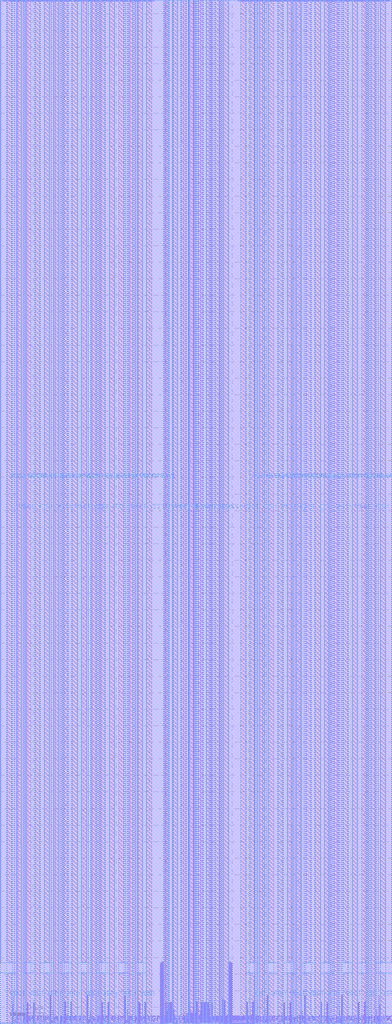
<source format=lef>
# ------------------------------------------------------
#
#		Copyright 2024 IHP PDK Authors
#
#		Licensed under the Apache License, Version 2.0 (the "License");
#		you may not use this file except in compliance with the License.
#		You may obtain a copy of the License at
#		
#		   https://www.apache.org/licenses/LICENSE-2.0
#		
#		Unless required by applicable law or agreed to in writing, software
#		distributed under the License is distributed on an "AS IS" BASIS,
#		WITHOUT WARRANTIES OR CONDITIONS OF ANY KIND, either express or implied.
#		See the License for the specific language governing permissions and
#		limitations under the License.
#		
#		Generated on Fri Jul 19 08:59:31 2024		
#
# ------------------------------------------------------ 
VERSION 5.7 ;
BUSBITCHARS "[]" ;
DIVIDERCHAR "/" ;

MACRO RM_IHPSG13_1P_4096x8_c3_bm_bist
  CLASS BLOCK ;
  ORIGIN 0 0 ;
  FOREIGN RM_IHPSG13_1P_4096x8_c3_bm_bist 0 0 ;
  SIZE 236.8 BY 618.3 ;
  SYMMETRY X Y R90 ;
  PIN A_DIN[4]
    DIRECTION INPUT ;
    USE SIGNAL ;
    ANTENNAPARTIALMETALAREA 0.7007 LAYER Metal2 ;
    ANTENNAMODEL OXIDE1 ;
      ANTENNAGATEAREA 0.20085 LAYER Metal2 ;
      ANTENNAMAXAREACAR 4.394822 LAYER Metal2 ;
    PORT
      LAYER Metal2 ;
        RECT 155.09 0 155.35 0.26 ;
    END
  END A_DIN[4]
  PIN A_DIN[3]
    DIRECTION INPUT ;
    USE SIGNAL ;
    ANTENNAPARTIALMETALAREA 0.7007 LAYER Metal2 ;
    ANTENNAMODEL OXIDE1 ;
      ANTENNAGATEAREA 0.20085 LAYER Metal2 ;
      ANTENNAMAXAREACAR 4.394822 LAYER Metal2 ;
    PORT
      LAYER Metal2 ;
        RECT 81.45 0 81.71 0.26 ;
    END
  END A_DIN[3]
  PIN A_BIST_DIN[4]
    DIRECTION INPUT ;
    USE SIGNAL ;
    ANTENNAPARTIALMETALAREA 0.7007 LAYER Metal2 ;
    ANTENNAMODEL OXIDE1 ;
      ANTENNAGATEAREA 0.20085 LAYER Metal2 ;
      ANTENNAMAXAREACAR 4.394822 LAYER Metal2 ;
    PORT
      LAYER Metal2 ;
        RECT 153.56 0 153.82 0.26 ;
    END
  END A_BIST_DIN[4]
  PIN A_BIST_DIN[3]
    DIRECTION INPUT ;
    USE SIGNAL ;
    ANTENNAPARTIALMETALAREA 0.7007 LAYER Metal2 ;
    ANTENNAMODEL OXIDE1 ;
      ANTENNAGATEAREA 0.20085 LAYER Metal2 ;
      ANTENNAMAXAREACAR 4.394822 LAYER Metal2 ;
    PORT
      LAYER Metal2 ;
        RECT 82.98 0 83.24 0.26 ;
    END
  END A_BIST_DIN[3]
  PIN A_BM[4]
    DIRECTION INPUT ;
    USE SIGNAL ;
    ANTENNAPARTIALMETALAREA 0.7007 LAYER Metal2 ;
    ANTENNAMODEL OXIDE1 ;
      ANTENNAGATEAREA 0.20085 LAYER Metal2 ;
      ANTENNAMAXAREACAR 4.394822 LAYER Metal2 ;
    PORT
      LAYER Metal2 ;
        RECT 158.97 0 159.23 0.26 ;
    END
  END A_BM[4]
  PIN A_BM[3]
    DIRECTION INPUT ;
    USE SIGNAL ;
    ANTENNAPARTIALMETALAREA 0.7007 LAYER Metal2 ;
    ANTENNAMODEL OXIDE1 ;
      ANTENNAGATEAREA 0.20085 LAYER Metal2 ;
      ANTENNAMAXAREACAR 4.394822 LAYER Metal2 ;
    PORT
      LAYER Metal2 ;
        RECT 77.57 0 77.83 0.26 ;
    END
  END A_BM[3]
  PIN A_BIST_BM[4]
    DIRECTION INPUT ;
    USE SIGNAL ;
    ANTENNAPARTIALMETALAREA 0.7007 LAYER Metal2 ;
    ANTENNAMODEL OXIDE1 ;
      ANTENNAGATEAREA 0.20085 LAYER Metal2 ;
      ANTENNAMAXAREACAR 4.394822 LAYER Metal2 ;
    PORT
      LAYER Metal2 ;
        RECT 160.5 0 160.76 0.26 ;
    END
  END A_BIST_BM[4]
  PIN A_BIST_BM[3]
    DIRECTION INPUT ;
    USE SIGNAL ;
    ANTENNAPARTIALMETALAREA 0.7007 LAYER Metal2 ;
    ANTENNAMODEL OXIDE1 ;
      ANTENNAGATEAREA 0.20085 LAYER Metal2 ;
      ANTENNAMAXAREACAR 4.394822 LAYER Metal2 ;
    PORT
      LAYER Metal2 ;
        RECT 76.04 0 76.3 0.26 ;
    END
  END A_BIST_BM[3]
  PIN A_DOUT[4]
    DIRECTION OUTPUT ;
    USE SIGNAL ;
    ANTENNAPARTIALMETALAREA 2.0345 LAYER Metal2 ;
    ANTENNADIFFAREA 0.988 LAYER Metal2 ;
    PORT
      LAYER Metal2 ;
        RECT 159.835 0 160.095 0.26 ;
    END
  END A_DOUT[4]
  PIN A_DOUT[3]
    DIRECTION OUTPUT ;
    USE SIGNAL ;
    ANTENNAPARTIALMETALAREA 2.0345 LAYER Metal2 ;
    ANTENNADIFFAREA 0.988 LAYER Metal2 ;
    PORT
      LAYER Metal2 ;
        RECT 76.705 0 76.965 0.26 ;
    END
  END A_DOUT[3]
  PIN VSS!
    DIRECTION INOUT ;
    USE GROUND ;
    NETEXPR "vss VSS!" ;
    PORT
      LAYER Metal4 ;
        RECT 224.11 0 226.92 618.3 ;
    END
    PORT
      LAYER Metal4 ;
        RECT 212.87 0 215.68 618.3 ;
    END
    PORT
      LAYER Metal4 ;
        RECT 201.63 0 204.44 618.3 ;
    END
    PORT
      LAYER Metal4 ;
        RECT 190.39 0 193.2 618.3 ;
    END
    PORT
      LAYER Metal4 ;
        RECT 179.15 0 181.96 618.3 ;
    END
    PORT
      LAYER Metal4 ;
        RECT 167.91 0 170.72 618.3 ;
    END
    PORT
      LAYER Metal4 ;
        RECT 156.67 0 159.48 618.3 ;
    END
    PORT
      LAYER Metal4 ;
        RECT 145.43 0 148.24 618.3 ;
    END
    PORT
      LAYER Metal4 ;
        RECT 135.02 0 137.83 618.3 ;
    END
    PORT
      LAYER Metal4 ;
        RECT 124.72 0 127.53 618.3 ;
    END
    PORT
      LAYER Metal4 ;
        RECT 109.27 0 112.08 618.3 ;
    END
    PORT
      LAYER Metal4 ;
        RECT 98.97 0 101.78 618.3 ;
    END
    PORT
      LAYER Metal4 ;
        RECT 88.56 0 91.37 618.3 ;
    END
    PORT
      LAYER Metal4 ;
        RECT 77.32 0 80.13 618.3 ;
    END
    PORT
      LAYER Metal4 ;
        RECT 66.08 0 68.89 618.3 ;
    END
    PORT
      LAYER Metal4 ;
        RECT 54.84 0 57.65 618.3 ;
    END
    PORT
      LAYER Metal4 ;
        RECT 43.6 0 46.41 618.3 ;
    END
    PORT
      LAYER Metal4 ;
        RECT 32.36 0 35.17 618.3 ;
    END
    PORT
      LAYER Metal4 ;
        RECT 21.12 0 23.93 618.3 ;
    END
    PORT
      LAYER Metal4 ;
        RECT 9.88 0 12.69 618.3 ;
    END
  END VSS!
  PIN VDD!
    DIRECTION INOUT ;
    USE POWER ;
    NETEXPR "vdd VDD!" ;
    PORT
      LAYER Metal4 ;
        RECT 229.73 0 232.54 30.425 ;
    END
    PORT
      LAYER Metal4 ;
        RECT 218.49 0 221.3 30.425 ;
    END
    PORT
      LAYER Metal4 ;
        RECT 207.25 0 210.06 30.425 ;
    END
    PORT
      LAYER Metal4 ;
        RECT 196.01 0 198.82 30.425 ;
    END
    PORT
      LAYER Metal4 ;
        RECT 184.77 0 187.58 30.425 ;
    END
    PORT
      LAYER Metal4 ;
        RECT 173.53 0 176.34 30.425 ;
    END
    PORT
      LAYER Metal4 ;
        RECT 162.29 0 165.1 30.425 ;
    END
    PORT
      LAYER Metal4 ;
        RECT 151.05 0 153.86 30.425 ;
    END
    PORT
      LAYER Metal4 ;
        RECT 129.87 0 132.68 618.3 ;
    END
    PORT
      LAYER Metal4 ;
        RECT 119.57 0 122.38 618.3 ;
    END
    PORT
      LAYER Metal4 ;
        RECT 114.42 0 117.23 618.3 ;
    END
    PORT
      LAYER Metal4 ;
        RECT 104.12 0 106.93 618.3 ;
    END
    PORT
      LAYER Metal4 ;
        RECT 82.94 0 85.75 30.425 ;
    END
    PORT
      LAYER Metal4 ;
        RECT 71.7 0 74.51 30.425 ;
    END
    PORT
      LAYER Metal4 ;
        RECT 60.46 0 63.27 30.425 ;
    END
    PORT
      LAYER Metal4 ;
        RECT 49.22 0 52.03 30.425 ;
    END
    PORT
      LAYER Metal4 ;
        RECT 37.98 0 40.79 30.425 ;
    END
    PORT
      LAYER Metal4 ;
        RECT 26.74 0 29.55 30.425 ;
    END
    PORT
      LAYER Metal4 ;
        RECT 15.5 0 18.31 30.425 ;
    END
    PORT
      LAYER Metal4 ;
        RECT 4.26 0 7.07 30.425 ;
    END
  END VDD!
  PIN VDDARRAY!
    DIRECTION INOUT ;
    USE POWER ;
    NETEXPR "vddarray VDDARRAY!" ;
    PORT
      LAYER Metal4 ;
        RECT 229.73 37.065 232.54 618.3 ;
    END
    PORT
      LAYER Metal4 ;
        RECT 218.49 37.065 221.3 618.3 ;
    END
    PORT
      LAYER Metal4 ;
        RECT 207.25 37.065 210.06 618.3 ;
    END
    PORT
      LAYER Metal4 ;
        RECT 196.01 37.065 198.82 618.3 ;
    END
    PORT
      LAYER Metal4 ;
        RECT 184.77 37.065 187.58 618.3 ;
    END
    PORT
      LAYER Metal4 ;
        RECT 173.53 37.065 176.34 618.3 ;
    END
    PORT
      LAYER Metal4 ;
        RECT 162.29 37.065 165.1 618.3 ;
    END
    PORT
      LAYER Metal4 ;
        RECT 151.05 37.065 153.86 618.3 ;
    END
    PORT
      LAYER Metal4 ;
        RECT 82.94 37.065 85.75 618.3 ;
    END
    PORT
      LAYER Metal4 ;
        RECT 71.7 37.065 74.51 618.3 ;
    END
    PORT
      LAYER Metal4 ;
        RECT 60.46 37.065 63.27 618.3 ;
    END
    PORT
      LAYER Metal4 ;
        RECT 49.22 37.065 52.03 618.3 ;
    END
    PORT
      LAYER Metal4 ;
        RECT 37.98 37.065 40.79 618.3 ;
    END
    PORT
      LAYER Metal4 ;
        RECT 26.74 37.065 29.55 618.3 ;
    END
    PORT
      LAYER Metal4 ;
        RECT 15.5 37.065 18.31 618.3 ;
    END
    PORT
      LAYER Metal4 ;
        RECT 4.26 37.065 7.07 618.3 ;
    END
  END VDDARRAY!
  PIN A_DIN[5]
    DIRECTION INPUT ;
    USE SIGNAL ;
    ANTENNAPARTIALMETALAREA 0.7007 LAYER Metal2 ;
    ANTENNAMODEL OXIDE1 ;
      ANTENNAGATEAREA 0.20085 LAYER Metal2 ;
      ANTENNAMAXAREACAR 4.394822 LAYER Metal2 ;
    PORT
      LAYER Metal2 ;
        RECT 177.57 0 177.83 0.26 ;
    END
  END A_DIN[5]
  PIN A_DIN[2]
    DIRECTION INPUT ;
    USE SIGNAL ;
    ANTENNAPARTIALMETALAREA 0.7007 LAYER Metal2 ;
    ANTENNAMODEL OXIDE1 ;
      ANTENNAGATEAREA 0.20085 LAYER Metal2 ;
      ANTENNAMAXAREACAR 4.394822 LAYER Metal2 ;
    PORT
      LAYER Metal2 ;
        RECT 58.97 0 59.23 0.26 ;
    END
  END A_DIN[2]
  PIN A_BIST_DIN[5]
    DIRECTION INPUT ;
    USE SIGNAL ;
    ANTENNAPARTIALMETALAREA 0.7007 LAYER Metal2 ;
    ANTENNAMODEL OXIDE1 ;
      ANTENNAGATEAREA 0.20085 LAYER Metal2 ;
      ANTENNAMAXAREACAR 4.394822 LAYER Metal2 ;
    PORT
      LAYER Metal2 ;
        RECT 176.04 0 176.3 0.26 ;
    END
  END A_BIST_DIN[5]
  PIN A_BIST_DIN[2]
    DIRECTION INPUT ;
    USE SIGNAL ;
    ANTENNAPARTIALMETALAREA 0.7007 LAYER Metal2 ;
    ANTENNAMODEL OXIDE1 ;
      ANTENNAGATEAREA 0.20085 LAYER Metal2 ;
      ANTENNAMAXAREACAR 4.394822 LAYER Metal2 ;
    PORT
      LAYER Metal2 ;
        RECT 60.5 0 60.76 0.26 ;
    END
  END A_BIST_DIN[2]
  PIN A_BM[5]
    DIRECTION INPUT ;
    USE SIGNAL ;
    ANTENNAPARTIALMETALAREA 0.7007 LAYER Metal2 ;
    ANTENNAMODEL OXIDE1 ;
      ANTENNAGATEAREA 0.20085 LAYER Metal2 ;
      ANTENNAMAXAREACAR 4.394822 LAYER Metal2 ;
    PORT
      LAYER Metal2 ;
        RECT 181.45 0 181.71 0.26 ;
    END
  END A_BM[5]
  PIN A_BM[2]
    DIRECTION INPUT ;
    USE SIGNAL ;
    ANTENNAPARTIALMETALAREA 0.7007 LAYER Metal2 ;
    ANTENNAMODEL OXIDE1 ;
      ANTENNAGATEAREA 0.20085 LAYER Metal2 ;
      ANTENNAMAXAREACAR 4.394822 LAYER Metal2 ;
    PORT
      LAYER Metal2 ;
        RECT 55.09 0 55.35 0.26 ;
    END
  END A_BM[2]
  PIN A_BIST_BM[5]
    DIRECTION INPUT ;
    USE SIGNAL ;
    ANTENNAPARTIALMETALAREA 0.7007 LAYER Metal2 ;
    ANTENNAMODEL OXIDE1 ;
      ANTENNAGATEAREA 0.20085 LAYER Metal2 ;
      ANTENNAMAXAREACAR 4.394822 LAYER Metal2 ;
    PORT
      LAYER Metal2 ;
        RECT 182.98 0 183.24 0.26 ;
    END
  END A_BIST_BM[5]
  PIN A_BIST_BM[2]
    DIRECTION INPUT ;
    USE SIGNAL ;
    ANTENNAPARTIALMETALAREA 0.7007 LAYER Metal2 ;
    ANTENNAMODEL OXIDE1 ;
      ANTENNAGATEAREA 0.20085 LAYER Metal2 ;
      ANTENNAMAXAREACAR 4.394822 LAYER Metal2 ;
    PORT
      LAYER Metal2 ;
        RECT 53.56 0 53.82 0.26 ;
    END
  END A_BIST_BM[2]
  PIN A_DOUT[5]
    DIRECTION OUTPUT ;
    USE SIGNAL ;
    ANTENNAPARTIALMETALAREA 2.0345 LAYER Metal2 ;
    ANTENNADIFFAREA 0.988 LAYER Metal2 ;
    PORT
      LAYER Metal2 ;
        RECT 182.315 0 182.575 0.26 ;
    END
  END A_DOUT[5]
  PIN A_DOUT[2]
    DIRECTION OUTPUT ;
    USE SIGNAL ;
    ANTENNAPARTIALMETALAREA 2.0345 LAYER Metal2 ;
    ANTENNADIFFAREA 0.988 LAYER Metal2 ;
    PORT
      LAYER Metal2 ;
        RECT 54.225 0 54.485 0.26 ;
    END
  END A_DOUT[2]
  PIN A_DIN[6]
    DIRECTION INPUT ;
    USE SIGNAL ;
    ANTENNAPARTIALMETALAREA 0.7007 LAYER Metal2 ;
    ANTENNAMODEL OXIDE1 ;
      ANTENNAGATEAREA 0.20085 LAYER Metal2 ;
      ANTENNAMAXAREACAR 4.394822 LAYER Metal2 ;
    PORT
      LAYER Metal2 ;
        RECT 200.05 0 200.31 0.26 ;
    END
  END A_DIN[6]
  PIN A_DIN[1]
    DIRECTION INPUT ;
    USE SIGNAL ;
    ANTENNAPARTIALMETALAREA 0.7007 LAYER Metal2 ;
    ANTENNAMODEL OXIDE1 ;
      ANTENNAGATEAREA 0.20085 LAYER Metal2 ;
      ANTENNAMAXAREACAR 4.394822 LAYER Metal2 ;
    PORT
      LAYER Metal2 ;
        RECT 36.49 0 36.75 0.26 ;
    END
  END A_DIN[1]
  PIN A_BIST_DIN[6]
    DIRECTION INPUT ;
    USE SIGNAL ;
    ANTENNAPARTIALMETALAREA 0.7007 LAYER Metal2 ;
    ANTENNAMODEL OXIDE1 ;
      ANTENNAGATEAREA 0.20085 LAYER Metal2 ;
      ANTENNAMAXAREACAR 4.394822 LAYER Metal2 ;
    PORT
      LAYER Metal2 ;
        RECT 198.52 0 198.78 0.26 ;
    END
  END A_BIST_DIN[6]
  PIN A_BIST_DIN[1]
    DIRECTION INPUT ;
    USE SIGNAL ;
    ANTENNAPARTIALMETALAREA 0.7007 LAYER Metal2 ;
    ANTENNAMODEL OXIDE1 ;
      ANTENNAGATEAREA 0.20085 LAYER Metal2 ;
      ANTENNAMAXAREACAR 4.394822 LAYER Metal2 ;
    PORT
      LAYER Metal2 ;
        RECT 38.02 0 38.28 0.26 ;
    END
  END A_BIST_DIN[1]
  PIN A_BM[6]
    DIRECTION INPUT ;
    USE SIGNAL ;
    ANTENNAPARTIALMETALAREA 0.7007 LAYER Metal2 ;
    ANTENNAMODEL OXIDE1 ;
      ANTENNAGATEAREA 0.20085 LAYER Metal2 ;
      ANTENNAMAXAREACAR 4.394822 LAYER Metal2 ;
    PORT
      LAYER Metal2 ;
        RECT 203.93 0 204.19 0.26 ;
    END
  END A_BM[6]
  PIN A_BM[1]
    DIRECTION INPUT ;
    USE SIGNAL ;
    ANTENNAPARTIALMETALAREA 0.7007 LAYER Metal2 ;
    ANTENNAMODEL OXIDE1 ;
      ANTENNAGATEAREA 0.20085 LAYER Metal2 ;
      ANTENNAMAXAREACAR 4.394822 LAYER Metal2 ;
    PORT
      LAYER Metal2 ;
        RECT 32.61 0 32.87 0.26 ;
    END
  END A_BM[1]
  PIN A_BIST_BM[6]
    DIRECTION INPUT ;
    USE SIGNAL ;
    ANTENNAPARTIALMETALAREA 0.7007 LAYER Metal2 ;
    ANTENNAMODEL OXIDE1 ;
      ANTENNAGATEAREA 0.20085 LAYER Metal2 ;
      ANTENNAMAXAREACAR 4.394822 LAYER Metal2 ;
    PORT
      LAYER Metal2 ;
        RECT 205.46 0 205.72 0.26 ;
    END
  END A_BIST_BM[6]
  PIN A_BIST_BM[1]
    DIRECTION INPUT ;
    USE SIGNAL ;
    ANTENNAPARTIALMETALAREA 0.7007 LAYER Metal2 ;
    ANTENNAMODEL OXIDE1 ;
      ANTENNAGATEAREA 0.20085 LAYER Metal2 ;
      ANTENNAMAXAREACAR 4.394822 LAYER Metal2 ;
    PORT
      LAYER Metal2 ;
        RECT 31.08 0 31.34 0.26 ;
    END
  END A_BIST_BM[1]
  PIN A_DOUT[6]
    DIRECTION OUTPUT ;
    USE SIGNAL ;
    ANTENNAPARTIALMETALAREA 2.0345 LAYER Metal2 ;
    ANTENNADIFFAREA 0.988 LAYER Metal2 ;
    PORT
      LAYER Metal2 ;
        RECT 204.795 0 205.055 0.26 ;
    END
  END A_DOUT[6]
  PIN A_DOUT[1]
    DIRECTION OUTPUT ;
    USE SIGNAL ;
    ANTENNAPARTIALMETALAREA 2.0345 LAYER Metal2 ;
    ANTENNADIFFAREA 0.988 LAYER Metal2 ;
    PORT
      LAYER Metal2 ;
        RECT 31.745 0 32.005 0.26 ;
    END
  END A_DOUT[1]
  PIN A_DIN[7]
    DIRECTION INPUT ;
    USE SIGNAL ;
    ANTENNAPARTIALMETALAREA 0.7007 LAYER Metal2 ;
    ANTENNAMODEL OXIDE1 ;
      ANTENNAGATEAREA 0.20085 LAYER Metal2 ;
      ANTENNAMAXAREACAR 4.394822 LAYER Metal2 ;
    PORT
      LAYER Metal2 ;
        RECT 222.53 0 222.79 0.26 ;
    END
  END A_DIN[7]
  PIN A_DIN[0]
    DIRECTION INPUT ;
    USE SIGNAL ;
    ANTENNAPARTIALMETALAREA 0.7007 LAYER Metal2 ;
    ANTENNAMODEL OXIDE1 ;
      ANTENNAGATEAREA 0.20085 LAYER Metal2 ;
      ANTENNAMAXAREACAR 4.394822 LAYER Metal2 ;
    PORT
      LAYER Metal2 ;
        RECT 14.01 0 14.27 0.26 ;
    END
  END A_DIN[0]
  PIN A_BIST_DIN[7]
    DIRECTION INPUT ;
    USE SIGNAL ;
    ANTENNAPARTIALMETALAREA 0.7007 LAYER Metal2 ;
    ANTENNAMODEL OXIDE1 ;
      ANTENNAGATEAREA 0.20085 LAYER Metal2 ;
      ANTENNAMAXAREACAR 4.394822 LAYER Metal2 ;
    PORT
      LAYER Metal2 ;
        RECT 221 0 221.26 0.26 ;
    END
  END A_BIST_DIN[7]
  PIN A_BIST_DIN[0]
    DIRECTION INPUT ;
    USE SIGNAL ;
    ANTENNAPARTIALMETALAREA 0.7007 LAYER Metal2 ;
    ANTENNAMODEL OXIDE1 ;
      ANTENNAGATEAREA 0.20085 LAYER Metal2 ;
      ANTENNAMAXAREACAR 4.394822 LAYER Metal2 ;
    PORT
      LAYER Metal2 ;
        RECT 15.54 0 15.8 0.26 ;
    END
  END A_BIST_DIN[0]
  PIN A_BM[7]
    DIRECTION INPUT ;
    USE SIGNAL ;
    ANTENNAPARTIALMETALAREA 0.7007 LAYER Metal2 ;
    ANTENNAMODEL OXIDE1 ;
      ANTENNAGATEAREA 0.20085 LAYER Metal2 ;
      ANTENNAMAXAREACAR 4.394822 LAYER Metal2 ;
    PORT
      LAYER Metal2 ;
        RECT 226.41 0 226.67 0.26 ;
    END
  END A_BM[7]
  PIN A_BM[0]
    DIRECTION INPUT ;
    USE SIGNAL ;
    ANTENNAPARTIALMETALAREA 0.7007 LAYER Metal2 ;
    ANTENNAMODEL OXIDE1 ;
      ANTENNAGATEAREA 0.20085 LAYER Metal2 ;
      ANTENNAMAXAREACAR 4.394822 LAYER Metal2 ;
    PORT
      LAYER Metal2 ;
        RECT 10.13 0 10.39 0.26 ;
    END
  END A_BM[0]
  PIN A_BIST_BM[7]
    DIRECTION INPUT ;
    USE SIGNAL ;
    ANTENNAPARTIALMETALAREA 0.7007 LAYER Metal2 ;
    ANTENNAMODEL OXIDE1 ;
      ANTENNAGATEAREA 0.20085 LAYER Metal2 ;
      ANTENNAMAXAREACAR 4.394822 LAYER Metal2 ;
    PORT
      LAYER Metal2 ;
        RECT 227.94 0 228.2 0.26 ;
    END
  END A_BIST_BM[7]
  PIN A_BIST_BM[0]
    DIRECTION INPUT ;
    USE SIGNAL ;
    ANTENNAPARTIALMETALAREA 0.7007 LAYER Metal2 ;
    ANTENNAMODEL OXIDE1 ;
      ANTENNAGATEAREA 0.20085 LAYER Metal2 ;
      ANTENNAMAXAREACAR 4.394822 LAYER Metal2 ;
    PORT
      LAYER Metal2 ;
        RECT 8.6 0 8.86 0.26 ;
    END
  END A_BIST_BM[0]
  PIN A_DOUT[7]
    DIRECTION OUTPUT ;
    USE SIGNAL ;
    ANTENNAPARTIALMETALAREA 2.0345 LAYER Metal2 ;
    ANTENNADIFFAREA 0.988 LAYER Metal2 ;
    PORT
      LAYER Metal2 ;
        RECT 227.275 0 227.535 0.26 ;
    END
  END A_DOUT[7]
  PIN A_DOUT[0]
    DIRECTION OUTPUT ;
    USE SIGNAL ;
    ANTENNAPARTIALMETALAREA 2.0345 LAYER Metal2 ;
    ANTENNADIFFAREA 0.988 LAYER Metal2 ;
    PORT
      LAYER Metal2 ;
        RECT 9.265 0 9.525 0.26 ;
    END
  END A_DOUT[0]
  PIN A_ADDR[0]
    DIRECTION INPUT ;
    USE SIGNAL ;
    ANTENNAPARTIALMETALAREA 6.7171 LAYER Metal2 ;
    ANTENNAMODEL OXIDE1 ;
      ANTENNAGATEAREA 0.20085 LAYER Metal2 ;
      ANTENNAMAXAREACAR 34.349515 LAYER Metal2 ;
    PORT
      LAYER Metal2 ;
        RECT 114.6 0 114.86 0.26 ;
    END
  END A_ADDR[0]
  PIN A_BIST_ADDR[0]
    DIRECTION INPUT ;
    USE SIGNAL ;
    ANTENNAPARTIALMETALAREA 7.5127 LAYER Metal2 ;
    ANTENNAMODEL OXIDE1 ;
      ANTENNAGATEAREA 0.20085 LAYER Metal2 ;
      ANTENNAMAXAREACAR 38.31068 LAYER Metal2 ;
    PORT
      LAYER Metal2 ;
        RECT 119.19 0 119.45 0.26 ;
    END
  END A_BIST_ADDR[0]
  PIN A_ADDR[1]
    DIRECTION INPUT ;
    USE SIGNAL ;
    ANTENNAPARTIALMETALAREA 5.59 LAYER Metal2 ;
    ANTENNAMODEL OXIDE1 ;
      ANTENNAGATEAREA 0.20085 LAYER Metal2 ;
      ANTENNAMAXAREACAR 28.783172 LAYER Metal2 ;
    PORT
      LAYER Metal2 ;
        RECT 114.09 0 114.35 0.26 ;
    END
  END A_ADDR[1]
  PIN A_BIST_ADDR[1]
    DIRECTION INPUT ;
    USE SIGNAL ;
    ANTENNAPARTIALMETALAREA 6.3856 LAYER Metal2 ;
    ANTENNAMODEL OXIDE1 ;
      ANTENNAGATEAREA 0.20085 LAYER Metal2 ;
      ANTENNAMAXAREACAR 32.744337 LAYER Metal2 ;
    PORT
      LAYER Metal2 ;
        RECT 118.68 0 118.94 0.26 ;
    END
  END A_BIST_ADDR[1]
  PIN A_ADDR[2]
    DIRECTION INPUT ;
    USE SIGNAL ;
    ANTENNAPARTIALMETALAREA 6.4519 LAYER Metal2 ;
    ANTENNAMODEL OXIDE1 ;
      ANTENNAGATEAREA 0.20085 LAYER Metal2 ;
      ANTENNAMAXAREACAR 33.029126 LAYER Metal2 ;
    PORT
      LAYER Metal2 ;
        RECT 99.81 0 100.07 0.26 ;
    END
  END A_ADDR[2]
  PIN A_BIST_ADDR[2]
    DIRECTION INPUT ;
    USE SIGNAL ;
    ANTENNAPARTIALMETALAREA 6.1867 LAYER Metal2 ;
    ANTENNAMODEL OXIDE1 ;
      ANTENNAGATEAREA 0.20085 LAYER Metal2 ;
      ANTENNAMAXAREACAR 31.708738 LAYER Metal2 ;
    PORT
      LAYER Metal2 ;
        RECT 101.34 0 101.6 0.26 ;
    END
  END A_BIST_ADDR[2]
  PIN A_ADDR[3]
    DIRECTION INPUT ;
    USE SIGNAL ;
    ANTENNAPARTIALMETALAREA 8.4487 LAYER Metal2 ;
    ANTENNAPARTIALMETALAREA 1.5246 LAYER Metal3 ;
    ANTENNAPARTIALCUTAREA 0.0722 LAYER Via2 ;
    ANTENNAMODEL OXIDE1 ;
      ANTENNAGATEAREA 0.20085 LAYER Metal3 ;
      ANTENNAMAXAREACAR 9.415982 LAYER Metal3 ;
    PORT
      LAYER Metal2 ;
        RECT 122.25 0 122.51 0.26 ;
    END
  END A_ADDR[3]
  PIN A_BIST_ADDR[3]
    DIRECTION INPUT ;
    USE SIGNAL ;
    ANTENNAPARTIALMETALAREA 8.4487 LAYER Metal2 ;
    ANTENNAPARTIALMETALAREA 1.0962 LAYER Metal3 ;
    ANTENNAPARTIALCUTAREA 0.0722 LAYER Via2 ;
    ANTENNAMODEL OXIDE1 ;
      ANTENNAGATEAREA 0.20085 LAYER Metal3 ;
      ANTENNAMAXAREACAR 7.813791 LAYER Metal3 ;
    PORT
      LAYER Metal2 ;
        RECT 122.76 0 123.02 0.26 ;
    END
  END A_BIST_ADDR[3]
  PIN A_ADDR[4]
    DIRECTION INPUT ;
    USE SIGNAL ;
    ANTENNAPARTIALMETALAREA 8.4487 LAYER Metal2 ;
    ANTENNAPARTIALMETALAREA 3.8367 LAYER Metal3 ;
    ANTENNAPARTIALCUTAREA 0.0722 LAYER Via2 ;
    ANTENNAMODEL OXIDE1 ;
      ANTENNAGATEAREA 0.20085 LAYER Metal3 ;
      ANTENNAMAXAREACAR 20.927558 LAYER Metal3 ;
    PORT
      LAYER Metal2 ;
        RECT 121.23 0 121.49 0.26 ;
    END
  END A_ADDR[4]
  PIN A_BIST_ADDR[4]
    DIRECTION INPUT ;
    USE SIGNAL ;
    ANTENNAPARTIALMETALAREA 8.4487 LAYER Metal2 ;
    ANTENNAPARTIALMETALAREA 3.5175 LAYER Metal3 ;
    ANTENNAPARTIALCUTAREA 0.0722 LAYER Via2 ;
    ANTENNAMODEL OXIDE1 ;
      ANTENNAGATEAREA 0.20085 LAYER Metal3 ;
      ANTENNAMAXAREACAR 19.869057 LAYER Metal3 ;
    PORT
      LAYER Metal2 ;
        RECT 121.74 0 122 0.26 ;
    END
  END A_BIST_ADDR[4]
  PIN A_ADDR[5]
    DIRECTION INPUT ;
    USE SIGNAL ;
    ANTENNAPARTIALMETALAREA 10.0139 LAYER Metal2 ;
    ANTENNAMODEL OXIDE1 ;
      ANTENNAGATEAREA 0.20085 LAYER Metal2 ;
      ANTENNAMAXAREACAR 50.763754 LAYER Metal2 ;
    PORT
      LAYER Metal2 ;
        RECT 124.8 0 125.06 0.26 ;
    END
  END A_ADDR[5]
  PIN A_BIST_ADDR[5]
    DIRECTION INPUT ;
    USE SIGNAL ;
    ANTENNAPARTIALMETALAREA 9.7487 LAYER Metal2 ;
    ANTENNAMODEL OXIDE1 ;
      ANTENNAGATEAREA 0.20085 LAYER Metal2 ;
      ANTENNAMAXAREACAR 49.443366 LAYER Metal2 ;
    PORT
      LAYER Metal2 ;
        RECT 124.29 0 124.55 0.26 ;
    END
  END A_BIST_ADDR[5]
  PIN A_ADDR[6]
    DIRECTION INPUT ;
    USE SIGNAL ;
    ANTENNAPARTIALMETALAREA 11.7429 LAYER Metal2 ;
    ANTENNAMODEL OXIDE1 ;
      ANTENNAGATEAREA 0.20085 LAYER Metal2 ;
      ANTENNAMAXAREACAR 59.372168 LAYER Metal2 ;
    PORT
      LAYER Metal2 ;
        RECT 123.78 0 124.04 0.26 ;
    END
  END A_ADDR[6]
  PIN A_BIST_ADDR[6]
    DIRECTION INPUT ;
    USE SIGNAL ;
    ANTENNAPARTIALMETALAREA 11.4777 LAYER Metal2 ;
    ANTENNAMODEL OXIDE1 ;
      ANTENNAGATEAREA 0.20085 LAYER Metal2 ;
      ANTENNAMAXAREACAR 58.05178 LAYER Metal2 ;
    PORT
      LAYER Metal2 ;
        RECT 123.27 0 123.53 0.26 ;
    END
  END A_BIST_ADDR[6]
  PIN A_ADDR[7]
    DIRECTION INPUT ;
    USE SIGNAL ;
    ANTENNAPARTIALMETALAREA 8.7685 LAYER Metal2 ;
    ANTENNAMODEL OXIDE1 ;
      ANTENNAGATEAREA 0.20085 LAYER Metal2 ;
      ANTENNAMAXAREACAR 44.563107 LAYER Metal2 ;
    PORT
      LAYER Metal2 ;
        RECT 102.36 0 102.62 0.26 ;
    END
  END A_ADDR[7]
  PIN A_BIST_ADDR[7]
    DIRECTION INPUT ;
    USE SIGNAL ;
    ANTENNAPARTIALMETALAREA 8.4931 LAYER Metal2 ;
    ANTENNAMODEL OXIDE1 ;
      ANTENNAGATEAREA 0.20085 LAYER Metal2 ;
      ANTENNAMAXAREACAR 43.191934 LAYER Metal2 ;
    PORT
      LAYER Metal2 ;
        RECT 102.87 0 103.13 0.26 ;
    END
  END A_BIST_ADDR[7]
  PIN A_ADDR[8]
    DIRECTION INPUT ;
    USE SIGNAL ;
    ANTENNAPARTIALMETALAREA 10.2323 LAYER Metal2 ;
    ANTENNAMODEL OXIDE1 ;
      ANTENNAGATEAREA 0.20085 LAYER Metal2 ;
      ANTENNAMAXAREACAR 51.851133 LAYER Metal2 ;
    PORT
      LAYER Metal2 ;
        RECT 103.38 0 103.64 0.26 ;
    END
  END A_ADDR[8]
  PIN A_BIST_ADDR[8]
    DIRECTION INPUT ;
    USE SIGNAL ;
    ANTENNAPARTIALMETALAREA 9.9671 LAYER Metal2 ;
    ANTENNAMODEL OXIDE1 ;
      ANTENNAGATEAREA 0.20085 LAYER Metal2 ;
      ANTENNAMAXAREACAR 50.530744 LAYER Metal2 ;
    PORT
      LAYER Metal2 ;
        RECT 103.89 0 104.15 0.26 ;
    END
  END A_BIST_ADDR[8]
  PIN A_ADDR[9]
    DIRECTION INPUT ;
    USE SIGNAL ;
    ANTENNAPARTIALMETALAREA 7.9183 LAYER Metal2 ;
    ANTENNAPARTIALMETALAREA 1.5897 LAYER Metal3 ;
    ANTENNAPARTIALCUTAREA 0.0722 LAYER Via2 ;
    ANTENNAMODEL OXIDE1 ;
      ANTENNAGATEAREA 0.20085 LAYER Metal3 ;
      ANTENNAMAXAREACAR 9.740105 LAYER Metal3 ;
    PORT
      LAYER Metal2 ;
        RECT 132.45 0 132.71 0.26 ;
    END
  END A_ADDR[9]
  PIN A_BIST_ADDR[9]
    DIRECTION INPUT ;
    USE SIGNAL ;
    ANTENNAPARTIALMETALAREA 7.9183 LAYER Metal2 ;
    ANTENNAPARTIALMETALAREA 1.3755 LAYER Metal3 ;
    ANTENNAPARTIALCUTAREA 0.0722 LAYER Via2 ;
    ANTENNAMODEL OXIDE1 ;
      ANTENNAGATEAREA 0.20085 LAYER Metal3 ;
      ANTENNAMAXAREACAR 9.204381 LAYER Metal3 ;
    PORT
      LAYER Metal2 ;
        RECT 132.96 0 133.22 0.26 ;
    END
  END A_BIST_ADDR[9]
  PIN A_ADDR[10]
    DIRECTION INPUT ;
    USE SIGNAL ;
    ANTENNAPARTIALMETALAREA 10.6097 LAYER Metal2 ;
    ANTENNAMODEL OXIDE1 ;
      ANTENNAGATEAREA 0.20085 LAYER Metal2 ;
      ANTENNAMAXAREACAR 53.730147 LAYER Metal2 ;
    PORT
      LAYER Metal2 ;
        RECT 127.35 0 127.61 0.26 ;
    END
  END A_ADDR[10]
  PIN A_BIST_ADDR[10]
    DIRECTION INPUT ;
    USE SIGNAL ;
    ANTENNAPARTIALMETALAREA 10.3547 LAYER Metal2 ;
    ANTENNAMODEL OXIDE1 ;
      ANTENNAGATEAREA 0.20085 LAYER Metal2 ;
      ANTENNAMAXAREACAR 52.460543 LAYER Metal2 ;
    PORT
      LAYER Metal2 ;
        RECT 127.86 0 128.12 0.26 ;
    END
  END A_BIST_ADDR[10]
  PIN A_ADDR[11]
    DIRECTION INPUT ;
    USE SIGNAL ;
    ANTENNAPARTIALMETALAREA 8.6359 LAYER Metal2 ;
    ANTENNAMODEL OXIDE1 ;
      ANTENNAGATEAREA 0.20085 LAYER Metal2 ;
      ANTENNAMAXAREACAR 43.902913 LAYER Metal2 ;
    PORT
      LAYER Metal2 ;
        RECT 125.31 0 125.57 0.26 ;
    END
  END A_ADDR[11]
  PIN A_BIST_ADDR[11]
    DIRECTION INPUT ;
    USE SIGNAL ;
    ANTENNAPARTIALMETALAREA 8.6359 LAYER Metal2 ;
    ANTENNAMODEL OXIDE1 ;
      ANTENNAGATEAREA 0.20085 LAYER Metal2 ;
      ANTENNAMAXAREACAR 43.902913 LAYER Metal2 ;
    PORT
      LAYER Metal2 ;
        RECT 125.82 0 126.08 0.26 ;
    END
  END A_BIST_ADDR[11]
  PIN A_CLK
    DIRECTION INPUT ;
    USE SIGNAL ;
    ANTENNAPARTIALMETALAREA 1.8707 LAYER Metal2 ;
    ANTENNAMODEL OXIDE1 ;
      ANTENNAGATEAREA 0.20085 LAYER Metal2 ;
      ANTENNAMAXAREACAR 10.220065 LAYER Metal2 ;
    PORT
      LAYER Metal2 ;
        RECT 112.56 0 112.82 0.26 ;
    END
  END A_CLK
  PIN A_REN
    DIRECTION INPUT ;
    USE SIGNAL ;
    ANTENNAPARTIALMETALAREA 1.81105 LAYER Metal2 ;
    ANTENNAMODEL OXIDE1 ;
      ANTENNAGATEAREA 0.20085 LAYER Metal2 ;
      ANTENNAMAXAREACAR 9.923077 LAYER Metal2 ;
    PORT
      LAYER Metal2 ;
        RECT 116.13 0 116.39 0.26 ;
    END
  END A_REN
  PIN A_WEN
    DIRECTION INPUT ;
    USE SIGNAL ;
    ANTENNAPARTIALMETALAREA 0.7007 LAYER Metal2 ;
    ANTENNAMODEL OXIDE1 ;
      ANTENNAGATEAREA 0.20085 LAYER Metal2 ;
      ANTENNAMAXAREACAR 4.394822 LAYER Metal2 ;
    PORT
      LAYER Metal2 ;
        RECT 115.62 0 115.88 0.26 ;
    END
  END A_WEN
  PIN A_MEN
    DIRECTION INPUT ;
    USE SIGNAL ;
    ANTENNAPARTIALMETALAREA 0.8407 LAYER Metal2 ;
    ANTENNAMODEL OXIDE1 ;
      ANTENNAGATEAREA 0.20085 LAYER Metal2 ;
      ANTENNAMAXAREACAR 5.09186 LAYER Metal2 ;
    PORT
      LAYER Metal2 ;
        RECT 113.07 0 113.33 0.26 ;
    END
  END A_MEN
  PIN A_DLY
    DIRECTION INPUT ;
    USE SIGNAL ;
    ANTENNAPARTIALMETALAREA 3.874 LAYER Metal2 ;
    ANTENNAMODEL OXIDE1 ;
      ANTENNAGATEAREA 0.3367 LAYER Metal2 ;
      ANTENNAMAXAREACAR 12.046332 LAYER Metal2 ;
    PORT
      LAYER Metal2 ;
        RECT 134.49 0 134.75 0.26 ;
    END
  END A_DLY
  PIN A_BIST_EN
    DIRECTION INPUT ;
    USE SIGNAL ;
    ANTENNAPARTIALMETALAREA 1.8031 LAYER Metal2 ;
    ANTENNAPARTIALMETALAREA 72.69295 LAYER Metal3 ;
    ANTENNAPARTIALCUTAREA 0.0722 LAYER Via2 ;
    ANTENNAMODEL OXIDE1 ;
      ANTENNAGATEAREA 1.43 LAYER Metal2 ;
      ANTENNAGATEAREA 11.44 LAYER Metal3 ;
      ANTENNAMAXAREACAR 1.686364 LAYER Metal2 ;
      ANTENNAMAXAREACAR 13.29337 LAYER Metal3 ;
      ANTENNAMAXCUTCAR 0.151469 LAYER Via2 ;
    PORT
      LAYER Metal2 ;
        RECT 115.11 0 115.37 0.26 ;
    END
  END A_BIST_EN
  PIN A_BIST_CLK
    DIRECTION INPUT ;
    USE SIGNAL ;
    ANTENNAPARTIALMETALAREA 1.9799 LAYER Metal2 ;
    ANTENNAMODEL OXIDE1 ;
      ANTENNAGATEAREA 0.20085 LAYER Metal2 ;
      ANTENNAMAXAREACAR 11.079661 LAYER Metal2 ;
    PORT
      LAYER Metal2 ;
        RECT 111.03 0 111.29 0.26 ;
    END
  END A_BIST_CLK
  PIN A_BIST_REN
    DIRECTION INPUT ;
    USE SIGNAL ;
    ANTENNAPARTIALMETALAREA 1.9279 LAYER Metal2 ;
    ANTENNAMODEL OXIDE1 ;
      ANTENNAGATEAREA 0.20085 LAYER Metal2 ;
      ANTENNAMAXAREACAR 10.820762 LAYER Metal2 ;
    PORT
      LAYER Metal2 ;
        RECT 117.66 0 117.92 0.26 ;
    END
  END A_BIST_REN
  PIN A_BIST_WEN
    DIRECTION INPUT ;
    USE SIGNAL ;
    ANTENNAPARTIALMETALAREA 0.7211 LAYER Metal2 ;
    ANTENNAMODEL OXIDE1 ;
      ANTENNAGATEAREA 0.20085 LAYER Metal2 ;
      ANTENNAMAXAREACAR 4.812298 LAYER Metal2 ;
    PORT
      LAYER Metal2 ;
        RECT 117.15 0 117.41 0.26 ;
    END
  END A_BIST_WEN
  PIN A_BIST_MEN
    DIRECTION INPUT ;
    USE SIGNAL ;
    ANTENNAPARTIALMETALAREA 0.7137 LAYER Metal2 ;
    ANTENNAMODEL OXIDE1 ;
      ANTENNAGATEAREA 0.20085 LAYER Metal2 ;
      ANTENNAMAXAREACAR 4.775454 LAYER Metal2 ;
    PORT
      LAYER Metal2 ;
        RECT 111.54 0 111.8 0.26 ;
    END
  END A_BIST_MEN
  OBS
    LAYER Metal1 ;
      RECT 0 0 236.8 618.3 ;
    LAYER Metal2 ;
      RECT 0.105 37.065 0.305 618.275 ;
      RECT 1.1 617.545 1.3 618.275 ;
      RECT 1.92 617.545 2.12 618.275 ;
      RECT 2.415 617.545 2.615 618.275 ;
      RECT 2.915 617.545 3.115 618.275 ;
      RECT 3.415 617.545 3.615 618.275 ;
      RECT 3.91 617.545 4.11 618.275 ;
      RECT 4.73 617.545 4.93 618.275 ;
      RECT 5.225 617.545 5.425 618.275 ;
      RECT 5.725 617.545 5.925 618.275 ;
      RECT 7.225 0.17 7.995 0.43 ;
      RECT 7.225 0.17 7.485 11.38 ;
      RECT 7.735 0.17 7.995 17.1 ;
      RECT 6.225 617.545 6.425 618.275 ;
      RECT 6.72 617.545 6.92 618.275 ;
      RECT 7.54 617.545 7.74 618.275 ;
      RECT 8.035 617.545 8.235 618.275 ;
      RECT 8.535 617.545 8.735 618.275 ;
      RECT 8.6 0.52 8.86 2.255 ;
      RECT 9.035 617.545 9.235 618.275 ;
      RECT 9.265 0.52 9.525 8.085 ;
      RECT 9.53 617.545 9.73 618.275 ;
      RECT 10.13 0.52 10.39 1.5 ;
      RECT 10.35 617.545 10.55 618.275 ;
      RECT 10.845 617.545 11.045 618.275 ;
      RECT 11.345 617.545 11.545 618.275 ;
      RECT 11.845 617.545 12.045 618.275 ;
      RECT 12.34 617.545 12.54 618.275 ;
      RECT 13.16 617.545 13.36 618.275 ;
      RECT 13.655 617.545 13.855 618.275 ;
      RECT 14.01 0.52 14.27 2.255 ;
      RECT 14.155 617.545 14.355 618.275 ;
      RECT 14.655 617.545 14.855 618.275 ;
      RECT 15.15 617.545 15.35 618.275 ;
      RECT 16.255 0.8 17.025 1.57 ;
      RECT 16.255 0.3 16.515 13.03 ;
      RECT 16.765 0.3 17.025 13.03 ;
      RECT 15.54 0.52 15.8 2.255 ;
      RECT 15.97 617.545 16.17 618.275 ;
      RECT 16.465 617.545 16.665 618.275 ;
      RECT 16.965 617.545 17.165 618.275 ;
      RECT 17.465 617.545 17.665 618.275 ;
      RECT 17.96 617.545 18.16 618.275 ;
      RECT 18.78 617.545 18.98 618.275 ;
      RECT 19.975 0.17 20.745 0.43 ;
      RECT 19.975 0.17 20.235 13.055 ;
      RECT 20.485 0.17 20.745 13.055 ;
      RECT 19.275 617.545 19.475 618.275 ;
      RECT 19.775 617.545 19.975 618.275 ;
      RECT 20.275 617.545 20.475 618.275 ;
      RECT 20.77 617.545 20.97 618.275 ;
      RECT 21.59 617.545 21.79 618.275 ;
      RECT 22.085 617.545 22.285 618.275 ;
      RECT 22.585 617.545 22.785 618.275 ;
      RECT 23.085 617.545 23.285 618.275 ;
      RECT 23.58 617.545 23.78 618.275 ;
      RECT 24.4 617.545 24.6 618.275 ;
      RECT 24.895 617.545 25.095 618.275 ;
      RECT 25.395 617.545 25.595 618.275 ;
      RECT 25.895 617.545 26.095 618.275 ;
      RECT 26.39 617.545 26.59 618.275 ;
      RECT 27.21 617.545 27.41 618.275 ;
      RECT 27.705 617.545 27.905 618.275 ;
      RECT 28.205 617.545 28.405 618.275 ;
      RECT 29.705 0.17 30.475 0.43 ;
      RECT 29.705 0.17 29.965 11.38 ;
      RECT 30.215 0.17 30.475 17.1 ;
      RECT 28.705 617.545 28.905 618.275 ;
      RECT 29.2 617.545 29.4 618.275 ;
      RECT 30.02 617.545 30.22 618.275 ;
      RECT 30.515 617.545 30.715 618.275 ;
      RECT 31.015 617.545 31.215 618.275 ;
      RECT 31.08 0.52 31.34 2.255 ;
      RECT 31.515 617.545 31.715 618.275 ;
      RECT 31.745 0.52 32.005 8.085 ;
      RECT 32.01 617.545 32.21 618.275 ;
      RECT 32.61 0.52 32.87 1.5 ;
      RECT 32.83 617.545 33.03 618.275 ;
      RECT 33.325 617.545 33.525 618.275 ;
      RECT 33.825 617.545 34.025 618.275 ;
      RECT 34.325 617.545 34.525 618.275 ;
      RECT 34.82 617.545 35.02 618.275 ;
      RECT 35.64 617.545 35.84 618.275 ;
      RECT 36.135 617.545 36.335 618.275 ;
      RECT 36.49 0.52 36.75 2.255 ;
      RECT 36.635 617.545 36.835 618.275 ;
      RECT 37.135 617.545 37.335 618.275 ;
      RECT 37.63 617.545 37.83 618.275 ;
      RECT 38.735 0.8 39.505 1.57 ;
      RECT 38.735 0.3 38.995 13.03 ;
      RECT 39.245 0.3 39.505 13.03 ;
      RECT 38.02 0.52 38.28 2.255 ;
      RECT 38.45 617.545 38.65 618.275 ;
      RECT 38.945 617.545 39.145 618.275 ;
      RECT 39.445 617.545 39.645 618.275 ;
      RECT 39.945 617.545 40.145 618.275 ;
      RECT 40.44 617.545 40.64 618.275 ;
      RECT 41.26 617.545 41.46 618.275 ;
      RECT 42.455 0.17 43.225 0.43 ;
      RECT 42.455 0.17 42.715 13.055 ;
      RECT 42.965 0.17 43.225 13.055 ;
      RECT 41.755 617.545 41.955 618.275 ;
      RECT 42.255 617.545 42.455 618.275 ;
      RECT 42.755 617.545 42.955 618.275 ;
      RECT 43.25 617.545 43.45 618.275 ;
      RECT 44.07 617.545 44.27 618.275 ;
      RECT 44.565 617.545 44.765 618.275 ;
      RECT 45.065 617.545 45.265 618.275 ;
      RECT 45.565 617.545 45.765 618.275 ;
      RECT 46.06 617.545 46.26 618.275 ;
      RECT 46.88 617.545 47.08 618.275 ;
      RECT 47.375 617.545 47.575 618.275 ;
      RECT 47.875 617.545 48.075 618.275 ;
      RECT 48.375 617.545 48.575 618.275 ;
      RECT 48.87 617.545 49.07 618.275 ;
      RECT 49.69 617.545 49.89 618.275 ;
      RECT 50.185 617.545 50.385 618.275 ;
      RECT 50.685 617.545 50.885 618.275 ;
      RECT 52.185 0.17 52.955 0.43 ;
      RECT 52.185 0.17 52.445 11.38 ;
      RECT 52.695 0.17 52.955 17.1 ;
      RECT 51.185 617.545 51.385 618.275 ;
      RECT 51.68 617.545 51.88 618.275 ;
      RECT 52.5 617.545 52.7 618.275 ;
      RECT 52.995 617.545 53.195 618.275 ;
      RECT 53.495 617.545 53.695 618.275 ;
      RECT 53.56 0.52 53.82 2.255 ;
      RECT 53.995 617.545 54.195 618.275 ;
      RECT 54.225 0.52 54.485 8.085 ;
      RECT 54.49 617.545 54.69 618.275 ;
      RECT 55.09 0.52 55.35 1.5 ;
      RECT 55.31 617.545 55.51 618.275 ;
      RECT 55.805 617.545 56.005 618.275 ;
      RECT 56.305 617.545 56.505 618.275 ;
      RECT 56.805 617.545 57.005 618.275 ;
      RECT 57.3 617.545 57.5 618.275 ;
      RECT 58.12 617.545 58.32 618.275 ;
      RECT 58.615 617.545 58.815 618.275 ;
      RECT 58.97 0.52 59.23 2.255 ;
      RECT 59.115 617.545 59.315 618.275 ;
      RECT 59.615 617.545 59.815 618.275 ;
      RECT 60.11 617.545 60.31 618.275 ;
      RECT 61.215 0.8 61.985 1.57 ;
      RECT 61.215 0.3 61.475 13.03 ;
      RECT 61.725 0.3 61.985 13.03 ;
      RECT 60.5 0.52 60.76 2.255 ;
      RECT 60.93 617.545 61.13 618.275 ;
      RECT 61.425 617.545 61.625 618.275 ;
      RECT 61.925 617.545 62.125 618.275 ;
      RECT 62.425 617.545 62.625 618.275 ;
      RECT 62.92 617.545 63.12 618.275 ;
      RECT 63.74 617.545 63.94 618.275 ;
      RECT 64.935 0.17 65.705 0.43 ;
      RECT 64.935 0.17 65.195 13.055 ;
      RECT 65.445 0.17 65.705 13.055 ;
      RECT 64.235 617.545 64.435 618.275 ;
      RECT 64.735 617.545 64.935 618.275 ;
      RECT 65.235 617.545 65.435 618.275 ;
      RECT 65.73 617.545 65.93 618.275 ;
      RECT 66.55 617.545 66.75 618.275 ;
      RECT 67.045 617.545 67.245 618.275 ;
      RECT 67.545 617.545 67.745 618.275 ;
      RECT 68.045 617.545 68.245 618.275 ;
      RECT 68.54 617.545 68.74 618.275 ;
      RECT 69.36 617.545 69.56 618.275 ;
      RECT 69.855 617.545 70.055 618.275 ;
      RECT 70.355 617.545 70.555 618.275 ;
      RECT 70.855 617.545 71.055 618.275 ;
      RECT 71.35 617.545 71.55 618.275 ;
      RECT 72.17 617.545 72.37 618.275 ;
      RECT 72.665 617.545 72.865 618.275 ;
      RECT 73.165 617.545 73.365 618.275 ;
      RECT 74.665 0.17 75.435 0.43 ;
      RECT 74.665 0.17 74.925 11.38 ;
      RECT 75.175 0.17 75.435 17.1 ;
      RECT 73.665 617.545 73.865 618.275 ;
      RECT 74.16 617.545 74.36 618.275 ;
      RECT 74.98 617.545 75.18 618.275 ;
      RECT 75.475 617.545 75.675 618.275 ;
      RECT 75.975 617.545 76.175 618.275 ;
      RECT 76.04 0.52 76.3 2.255 ;
      RECT 76.475 617.545 76.675 618.275 ;
      RECT 76.705 0.52 76.965 8.085 ;
      RECT 76.97 617.545 77.17 618.275 ;
      RECT 77.57 0.52 77.83 1.5 ;
      RECT 77.79 617.545 77.99 618.275 ;
      RECT 78.285 617.545 78.485 618.275 ;
      RECT 78.785 617.545 78.985 618.275 ;
      RECT 79.285 617.545 79.485 618.275 ;
      RECT 79.78 617.545 79.98 618.275 ;
      RECT 80.6 617.545 80.8 618.275 ;
      RECT 81.095 617.545 81.295 618.275 ;
      RECT 81.45 0.52 81.71 2.255 ;
      RECT 81.595 617.545 81.795 618.275 ;
      RECT 82.095 617.545 82.295 618.275 ;
      RECT 82.59 617.545 82.79 618.275 ;
      RECT 83.695 0.8 84.465 1.57 ;
      RECT 83.695 0.3 83.955 13.03 ;
      RECT 84.205 0.3 84.465 13.03 ;
      RECT 82.98 0.52 83.24 2.255 ;
      RECT 83.41 617.545 83.61 618.275 ;
      RECT 83.905 617.545 84.105 618.275 ;
      RECT 84.405 617.545 84.605 618.275 ;
      RECT 84.905 617.545 85.105 618.275 ;
      RECT 85.4 617.545 85.6 618.275 ;
      RECT 86.22 617.545 86.42 618.275 ;
      RECT 87.415 0.17 88.185 0.43 ;
      RECT 87.415 0.17 87.675 13.055 ;
      RECT 87.925 0.17 88.185 13.055 ;
      RECT 86.715 617.545 86.915 618.275 ;
      RECT 87.215 617.545 87.415 618.275 ;
      RECT 87.715 617.545 87.915 618.275 ;
      RECT 88.21 617.545 88.41 618.275 ;
      RECT 89.03 617.545 89.23 618.275 ;
      RECT 89.525 617.545 89.725 618.275 ;
      RECT 90.025 617.545 90.225 618.275 ;
      RECT 90.525 617.545 90.725 618.275 ;
      RECT 96.595 0.17 97.365 0.43 ;
      RECT 96.595 0.17 96.855 36.945 ;
      RECT 97.105 0.17 97.365 36.945 ;
      RECT 91.02 617.545 91.22 618.275 ;
      RECT 91.84 617.545 92.04 618.275 ;
      RECT 99.3 0 99.56 4.94 ;
      RECT 99.3 4.68 100.07 4.94 ;
      RECT 99.81 4.68 100.07 12.9 ;
      RECT 99.81 0.52 100.07 1.78 ;
      RECT 99.81 1.52 100.58 1.78 ;
      RECT 100.32 1.52 100.58 12.9 ;
      RECT 92.835 617.545 93.035 618.275 ;
      RECT 100.32 0.59 101.09 1.27 ;
      RECT 100.83 0.59 101.09 7.965 ;
      RECT 97.615 0.3 97.875 37.365 ;
      RECT 98.125 0.3 98.385 37.365 ;
      RECT 101.34 0.52 101.6 12.9 ;
      RECT 101.85 0 102.11 12.9 ;
      RECT 102.36 0.52 102.62 12.9 ;
      RECT 102.87 0.52 103.13 12.9 ;
      RECT 103.38 0.52 103.64 12.9 ;
      RECT 106.44 0.17 107.21 0.43 ;
      RECT 106.44 0.17 106.7 2.085 ;
      RECT 106.95 0.17 107.21 9 ;
      RECT 103.89 0.52 104.15 12.9 ;
      RECT 104.4 0 104.66 8.565 ;
      RECT 104.91 0 105.17 8.055 ;
      RECT 111.03 0.52 111.29 6.59 ;
      RECT 112.56 0.52 112.82 6.305 ;
      RECT 112.56 6.045 113.53 6.305 ;
      RECT 111.54 0.52 111.8 2.23 ;
      RECT 113.07 0.52 113.33 2.955 ;
      RECT 114.09 0.52 114.35 12.9 ;
      RECT 114.6 0.52 114.86 12.9 ;
      RECT 116.13 0.52 116.39 6.29 ;
      RECT 115.62 6.045 116.39 6.29 ;
      RECT 115.11 0.52 115.37 6.745 ;
      RECT 117.66 0.52 117.92 6.59 ;
      RECT 117.015 6.33 117.92 6.59 ;
      RECT 115.62 0.52 115.88 2.955 ;
      RECT 117.15 0.52 117.41 2.67 ;
      RECT 118.68 0.52 118.94 12.9 ;
      RECT 119.19 0.52 119.45 12.9 ;
      RECT 120.72 0.575 120.98 7.965 ;
      RECT 121.23 0.52 121.49 12.9 ;
      RECT 121.74 0.52 122 12.9 ;
      RECT 122.25 0.52 122.51 12.9 ;
      RECT 122.76 0.52 123.02 12.9 ;
      RECT 123.27 0.52 123.53 12.9 ;
      RECT 123.78 0.52 124.04 12.9 ;
      RECT 124.29 0.52 124.55 12.9 ;
      RECT 124.8 0.52 125.06 12.9 ;
      RECT 126.33 0.59 127.1 1.27 ;
      RECT 126.33 0.59 126.59 8.83 ;
      RECT 125.31 0.52 125.57 12.9 ;
      RECT 125.82 0.52 126.08 12.9 ;
      RECT 127.35 0.52 127.61 12.9 ;
      RECT 127.86 0.52 128.12 12.9 ;
      RECT 135 0.17 135.77 0.43 ;
      RECT 135 0.17 135.26 13.845 ;
      RECT 135.51 0.17 135.77 13.845 ;
      RECT 137.04 0.17 137.81 0.43 ;
      RECT 137.04 0.17 137.3 2.11 ;
      RECT 137.55 0.17 137.81 2.11 ;
      RECT 132.45 0.52 132.71 3.61 ;
      RECT 132.96 0.52 133.22 4.12 ;
      RECT 139.435 0.17 140.205 0.43 ;
      RECT 139.435 0.17 139.695 36.945 ;
      RECT 139.945 0.17 140.205 36.945 ;
      RECT 134.49 0.52 134.75 15.16 ;
      RECT 138.415 0.3 138.675 37.365 ;
      RECT 138.925 0.3 139.185 37.365 ;
      RECT 143.765 617.545 143.965 618.275 ;
      RECT 144.76 617.545 144.96 618.275 ;
      RECT 145.58 617.545 145.78 618.275 ;
      RECT 146.075 617.545 146.275 618.275 ;
      RECT 146.575 617.545 146.775 618.275 ;
      RECT 147.075 617.545 147.275 618.275 ;
      RECT 148.615 0.17 149.385 0.43 ;
      RECT 148.615 0.17 148.875 13.055 ;
      RECT 149.125 0.17 149.385 13.055 ;
      RECT 147.57 617.545 147.77 618.275 ;
      RECT 148.39 617.545 148.59 618.275 ;
      RECT 148.885 617.545 149.085 618.275 ;
      RECT 149.385 617.545 149.585 618.275 ;
      RECT 149.885 617.545 150.085 618.275 ;
      RECT 150.38 617.545 150.58 618.275 ;
      RECT 151.2 617.545 151.4 618.275 ;
      RECT 152.335 0.8 153.105 1.57 ;
      RECT 152.335 0.3 152.595 13.03 ;
      RECT 152.845 0.3 153.105 13.03 ;
      RECT 151.695 617.545 151.895 618.275 ;
      RECT 152.195 617.545 152.395 618.275 ;
      RECT 152.695 617.545 152.895 618.275 ;
      RECT 153.19 617.545 153.39 618.275 ;
      RECT 153.56 0.52 153.82 2.255 ;
      RECT 154.01 617.545 154.21 618.275 ;
      RECT 154.505 617.545 154.705 618.275 ;
      RECT 155.005 617.545 155.205 618.275 ;
      RECT 155.09 0.52 155.35 2.255 ;
      RECT 155.505 617.545 155.705 618.275 ;
      RECT 156 617.545 156.2 618.275 ;
      RECT 156.82 617.545 157.02 618.275 ;
      RECT 157.315 617.545 157.515 618.275 ;
      RECT 157.815 617.545 158.015 618.275 ;
      RECT 158.315 617.545 158.515 618.275 ;
      RECT 158.81 617.545 159.01 618.275 ;
      RECT 158.97 0.52 159.23 1.5 ;
      RECT 159.63 617.545 159.83 618.275 ;
      RECT 159.835 0.52 160.095 8.085 ;
      RECT 160.125 617.545 160.325 618.275 ;
      RECT 160.5 0.52 160.76 2.255 ;
      RECT 161.365 0.17 162.135 0.43 ;
      RECT 161.875 0.17 162.135 11.38 ;
      RECT 161.365 0.17 161.625 17.1 ;
      RECT 160.625 617.545 160.825 618.275 ;
      RECT 161.125 617.545 161.325 618.275 ;
      RECT 161.62 617.545 161.82 618.275 ;
      RECT 162.44 617.545 162.64 618.275 ;
      RECT 162.935 617.545 163.135 618.275 ;
      RECT 163.435 617.545 163.635 618.275 ;
      RECT 163.935 617.545 164.135 618.275 ;
      RECT 164.43 617.545 164.63 618.275 ;
      RECT 165.25 617.545 165.45 618.275 ;
      RECT 165.745 617.545 165.945 618.275 ;
      RECT 166.245 617.545 166.445 618.275 ;
      RECT 166.745 617.545 166.945 618.275 ;
      RECT 167.24 617.545 167.44 618.275 ;
      RECT 168.06 617.545 168.26 618.275 ;
      RECT 168.555 617.545 168.755 618.275 ;
      RECT 169.055 617.545 169.255 618.275 ;
      RECT 169.555 617.545 169.755 618.275 ;
      RECT 171.095 0.17 171.865 0.43 ;
      RECT 171.095 0.17 171.355 13.055 ;
      RECT 171.605 0.17 171.865 13.055 ;
      RECT 170.05 617.545 170.25 618.275 ;
      RECT 170.87 617.545 171.07 618.275 ;
      RECT 171.365 617.545 171.565 618.275 ;
      RECT 171.865 617.545 172.065 618.275 ;
      RECT 172.365 617.545 172.565 618.275 ;
      RECT 172.86 617.545 173.06 618.275 ;
      RECT 173.68 617.545 173.88 618.275 ;
      RECT 174.815 0.8 175.585 1.57 ;
      RECT 174.815 0.3 175.075 13.03 ;
      RECT 175.325 0.3 175.585 13.03 ;
      RECT 174.175 617.545 174.375 618.275 ;
      RECT 174.675 617.545 174.875 618.275 ;
      RECT 175.175 617.545 175.375 618.275 ;
      RECT 175.67 617.545 175.87 618.275 ;
      RECT 176.04 0.52 176.3 2.255 ;
      RECT 176.49 617.545 176.69 618.275 ;
      RECT 176.985 617.545 177.185 618.275 ;
      RECT 177.485 617.545 177.685 618.275 ;
      RECT 177.57 0.52 177.83 2.255 ;
      RECT 177.985 617.545 178.185 618.275 ;
      RECT 178.48 617.545 178.68 618.275 ;
      RECT 179.3 617.545 179.5 618.275 ;
      RECT 179.795 617.545 179.995 618.275 ;
      RECT 180.295 617.545 180.495 618.275 ;
      RECT 180.795 617.545 180.995 618.275 ;
      RECT 181.29 617.545 181.49 618.275 ;
      RECT 181.45 0.52 181.71 1.5 ;
      RECT 182.11 617.545 182.31 618.275 ;
      RECT 182.315 0.52 182.575 8.085 ;
      RECT 182.605 617.545 182.805 618.275 ;
      RECT 182.98 0.52 183.24 2.255 ;
      RECT 183.845 0.17 184.615 0.43 ;
      RECT 184.355 0.17 184.615 11.38 ;
      RECT 183.845 0.17 184.105 17.1 ;
      RECT 183.105 617.545 183.305 618.275 ;
      RECT 183.605 617.545 183.805 618.275 ;
      RECT 184.1 617.545 184.3 618.275 ;
      RECT 184.92 617.545 185.12 618.275 ;
      RECT 185.415 617.545 185.615 618.275 ;
      RECT 185.915 617.545 186.115 618.275 ;
      RECT 186.415 617.545 186.615 618.275 ;
      RECT 186.91 617.545 187.11 618.275 ;
      RECT 187.73 617.545 187.93 618.275 ;
      RECT 188.225 617.545 188.425 618.275 ;
      RECT 188.725 617.545 188.925 618.275 ;
      RECT 189.225 617.545 189.425 618.275 ;
      RECT 189.72 617.545 189.92 618.275 ;
      RECT 190.54 617.545 190.74 618.275 ;
      RECT 191.035 617.545 191.235 618.275 ;
      RECT 191.535 617.545 191.735 618.275 ;
      RECT 192.035 617.545 192.235 618.275 ;
      RECT 193.575 0.17 194.345 0.43 ;
      RECT 193.575 0.17 193.835 13.055 ;
      RECT 194.085 0.17 194.345 13.055 ;
      RECT 192.53 617.545 192.73 618.275 ;
      RECT 193.35 617.545 193.55 618.275 ;
      RECT 193.845 617.545 194.045 618.275 ;
      RECT 194.345 617.545 194.545 618.275 ;
      RECT 194.845 617.545 195.045 618.275 ;
      RECT 195.34 617.545 195.54 618.275 ;
      RECT 196.16 617.545 196.36 618.275 ;
      RECT 197.295 0.8 198.065 1.57 ;
      RECT 197.295 0.3 197.555 13.03 ;
      RECT 197.805 0.3 198.065 13.03 ;
      RECT 196.655 617.545 196.855 618.275 ;
      RECT 197.155 617.545 197.355 618.275 ;
      RECT 197.655 617.545 197.855 618.275 ;
      RECT 198.15 617.545 198.35 618.275 ;
      RECT 198.52 0.52 198.78 2.255 ;
      RECT 198.97 617.545 199.17 618.275 ;
      RECT 199.465 617.545 199.665 618.275 ;
      RECT 199.965 617.545 200.165 618.275 ;
      RECT 200.05 0.52 200.31 2.255 ;
      RECT 200.465 617.545 200.665 618.275 ;
      RECT 200.96 617.545 201.16 618.275 ;
      RECT 201.78 617.545 201.98 618.275 ;
      RECT 202.275 617.545 202.475 618.275 ;
      RECT 202.775 617.545 202.975 618.275 ;
      RECT 203.275 617.545 203.475 618.275 ;
      RECT 203.77 617.545 203.97 618.275 ;
      RECT 203.93 0.52 204.19 1.5 ;
      RECT 204.59 617.545 204.79 618.275 ;
      RECT 204.795 0.52 205.055 8.085 ;
      RECT 205.085 617.545 205.285 618.275 ;
      RECT 205.46 0.52 205.72 2.255 ;
      RECT 206.325 0.17 207.095 0.43 ;
      RECT 206.835 0.17 207.095 11.38 ;
      RECT 206.325 0.17 206.585 17.1 ;
      RECT 205.585 617.545 205.785 618.275 ;
      RECT 206.085 617.545 206.285 618.275 ;
      RECT 206.58 617.545 206.78 618.275 ;
      RECT 207.4 617.545 207.6 618.275 ;
      RECT 207.895 617.545 208.095 618.275 ;
      RECT 208.395 617.545 208.595 618.275 ;
      RECT 208.895 617.545 209.095 618.275 ;
      RECT 209.39 617.545 209.59 618.275 ;
      RECT 210.21 617.545 210.41 618.275 ;
      RECT 210.705 617.545 210.905 618.275 ;
      RECT 211.205 617.545 211.405 618.275 ;
      RECT 211.705 617.545 211.905 618.275 ;
      RECT 212.2 617.545 212.4 618.275 ;
      RECT 213.02 617.545 213.22 618.275 ;
      RECT 213.515 617.545 213.715 618.275 ;
      RECT 214.015 617.545 214.215 618.275 ;
      RECT 214.515 617.545 214.715 618.275 ;
      RECT 216.055 0.17 216.825 0.43 ;
      RECT 216.055 0.17 216.315 13.055 ;
      RECT 216.565 0.17 216.825 13.055 ;
      RECT 215.01 617.545 215.21 618.275 ;
      RECT 215.83 617.545 216.03 618.275 ;
      RECT 216.325 617.545 216.525 618.275 ;
      RECT 216.825 617.545 217.025 618.275 ;
      RECT 217.325 617.545 217.525 618.275 ;
      RECT 217.82 617.545 218.02 618.275 ;
      RECT 218.64 617.545 218.84 618.275 ;
      RECT 219.775 0.8 220.545 1.57 ;
      RECT 219.775 0.3 220.035 13.03 ;
      RECT 220.285 0.3 220.545 13.03 ;
      RECT 219.135 617.545 219.335 618.275 ;
      RECT 219.635 617.545 219.835 618.275 ;
      RECT 220.135 617.545 220.335 618.275 ;
      RECT 220.63 617.545 220.83 618.275 ;
      RECT 221 0.52 221.26 2.255 ;
      RECT 221.45 617.545 221.65 618.275 ;
      RECT 221.945 617.545 222.145 618.275 ;
      RECT 222.445 617.545 222.645 618.275 ;
      RECT 222.53 0.52 222.79 2.255 ;
      RECT 222.945 617.545 223.145 618.275 ;
      RECT 223.44 617.545 223.64 618.275 ;
      RECT 224.26 617.545 224.46 618.275 ;
      RECT 224.755 617.545 224.955 618.275 ;
      RECT 225.255 617.545 225.455 618.275 ;
      RECT 225.755 617.545 225.955 618.275 ;
      RECT 226.25 617.545 226.45 618.275 ;
      RECT 226.41 0.52 226.67 1.5 ;
      RECT 227.07 617.545 227.27 618.275 ;
      RECT 227.275 0.52 227.535 8.085 ;
      RECT 227.565 617.545 227.765 618.275 ;
      RECT 227.94 0.52 228.2 2.255 ;
      RECT 228.805 0.17 229.575 0.43 ;
      RECT 229.315 0.17 229.575 11.38 ;
      RECT 228.805 0.17 229.065 17.1 ;
      RECT 228.065 617.545 228.265 618.275 ;
      RECT 228.565 617.545 228.765 618.275 ;
      RECT 229.06 617.545 229.26 618.275 ;
      RECT 229.88 617.545 230.08 618.275 ;
      RECT 230.375 617.545 230.575 618.275 ;
      RECT 230.875 617.545 231.075 618.275 ;
      RECT 231.375 617.545 231.575 618.275 ;
      RECT 231.87 617.545 232.07 618.275 ;
      RECT 232.69 617.545 232.89 618.275 ;
      RECT 233.185 617.545 233.385 618.275 ;
      RECT 233.685 617.545 233.885 618.275 ;
      RECT 234.185 617.545 234.385 618.275 ;
      RECT 234.68 617.545 234.88 618.275 ;
      RECT 235.5 617.545 235.7 618.275 ;
      RECT 236.495 37.065 236.695 618.275 ;
    LAYER Metal2 SPACING 0.21 ;
      RECT 0 0.52 236.8 618.3 ;
      RECT 228.46 0 236.8 618.3 ;
      RECT 223.05 0 226.15 618.3 ;
      RECT 221.52 0 222.27 618.3 ;
      RECT 205.98 0 220.74 618.3 ;
      RECT 200.57 0 203.67 618.3 ;
      RECT 199.04 0 199.79 618.3 ;
      RECT 183.5 0 198.26 618.3 ;
      RECT 178.09 0 181.19 618.3 ;
      RECT 176.56 0 177.31 618.3 ;
      RECT 161.02 0 175.78 618.3 ;
      RECT 155.61 0 158.71 618.3 ;
      RECT 154.08 0 154.83 618.3 ;
      RECT 135 0.17 153.3 618.3 ;
      RECT 135.01 0 153.3 618.3 ;
      RECT 133.48 0 134.23 618.3 ;
      RECT 128.38 0 132.19 618.3 ;
      RECT 126.34 0 127.09 618.3 ;
      RECT 119.71 0 120.97 618.3 ;
      RECT 118.18 0 118.42 618.3 ;
      RECT 116.65 0 116.89 618.3 ;
      RECT 113.59 0 113.83 618.3 ;
      RECT 112.06 0 112.3 618.3 ;
      RECT 104.4 0 110.77 618.3 ;
      RECT 101.85 0 102.11 618.3 ;
      RECT 100.33 0 101.08 618.3 ;
      RECT 83.5 0 99.56 618.3 ;
      RECT 81.97 0 82.72 618.3 ;
      RECT 78.09 0 81.19 618.3 ;
      RECT 61.02 0 75.78 618.3 ;
      RECT 59.49 0 60.24 618.3 ;
      RECT 55.61 0 58.71 618.3 ;
      RECT 38.54 0 53.3 618.3 ;
      RECT 37.01 0 37.76 618.3 ;
      RECT 33.13 0 36.23 618.3 ;
      RECT 16.06 0 30.82 618.3 ;
      RECT 14.53 0 15.28 618.3 ;
      RECT 10.65 0 13.75 618.3 ;
      RECT 0 0 8.34 618.3 ;
    LAYER Metal3 ;
      RECT 0 0 236.8 618.3 ;
    LAYER Metal4 SPACING 0.21 ;
      RECT 138.09 0 145.17 618.3 ;
      RECT 132.94 0 134.76 618.3 ;
      RECT 127.79 0 129.61 618.3 ;
      RECT 232.8 0 236.8 618.3 ;
      RECT 227.18 0 229.47 618.3 ;
      RECT 227.18 30.685 236.8 36.805 ;
      RECT 221.56 0 223.85 618.3 ;
      RECT 215.94 0 218.23 618.3 ;
      RECT 215.94 30.685 223.85 36.805 ;
      RECT 210.32 0 212.61 618.3 ;
      RECT 204.7 0 206.99 618.3 ;
      RECT 204.7 30.685 212.61 36.805 ;
      RECT 199.08 0 201.37 618.3 ;
      RECT 193.46 0 195.75 618.3 ;
      RECT 193.46 30.685 201.37 36.805 ;
      RECT 187.84 0 190.13 618.3 ;
      RECT 182.22 0 184.51 618.3 ;
      RECT 182.22 30.685 190.13 36.805 ;
      RECT 24.19 30.685 32.1 36.805 ;
      RECT 18.57 0 20.86 618.3 ;
      RECT 12.95 0 15.24 618.3 ;
      RECT 12.95 30.685 20.86 36.805 ;
      RECT 7.33 0 9.62 618.3 ;
      RECT 0 0 4 618.3 ;
      RECT 0 30.685 9.62 36.805 ;
      RECT 176.6 0 178.89 618.3 ;
      RECT 170.98 0 173.27 618.3 ;
      RECT 170.98 30.685 178.89 36.805 ;
      RECT 165.36 0 167.65 618.3 ;
      RECT 159.74 0 162.03 618.3 ;
      RECT 159.74 30.685 167.65 36.805 ;
      RECT 154.12 0 156.41 618.3 ;
      RECT 148.5 0 150.79 618.3 ;
      RECT 148.5 30.685 156.41 36.805 ;
      RECT 122.64 0 124.46 618.3 ;
      RECT 117.49 0 119.31 618.3 ;
      RECT 112.34 0 114.16 618.3 ;
      RECT 107.19 0 109.01 618.3 ;
      RECT 102.04 0 103.86 618.3 ;
      RECT 91.63 0 98.71 618.3 ;
      RECT 86.01 0 88.3 618.3 ;
      RECT 80.39 0 82.68 618.3 ;
      RECT 80.39 30.685 88.3 36.805 ;
      RECT 74.77 0 77.06 618.3 ;
      RECT 69.15 0 71.44 618.3 ;
      RECT 69.15 30.685 77.06 36.805 ;
      RECT 63.53 0 65.82 618.3 ;
      RECT 57.91 0 60.2 618.3 ;
      RECT 57.91 30.685 65.82 36.805 ;
      RECT 52.29 0 54.58 618.3 ;
      RECT 46.67 0 48.96 618.3 ;
      RECT 46.67 30.685 54.58 36.805 ;
      RECT 41.05 0 43.34 618.3 ;
      RECT 35.43 0 37.72 618.3 ;
      RECT 35.43 30.685 43.34 36.805 ;
      RECT 29.81 0 32.1 618.3 ;
      RECT 24.19 0 26.48 618.3 ;
  END
END RM_IHPSG13_1P_4096x8_c3_bm_bist

END LIBRARY

</source>
